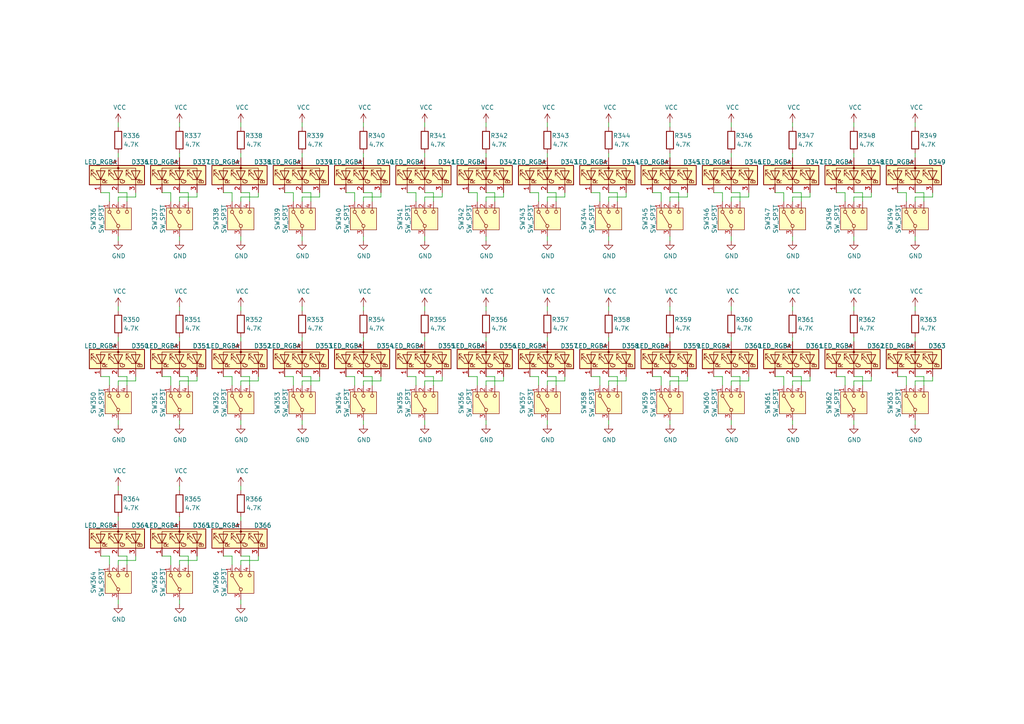
<source format=kicad_sch>
(kicad_sch (version 20231120) (generator "eeschema") (generator_version "8.0")
  (paper "A4")
  (lib_symbols
    (symbol "Device:R" (pin_numbers hide) (pin_names (offset 0))
      (property "Reference" "R" (at 2.032 0 90))
      (property "Value" "R" (at 0 0 90))
      (symbol "R_1_1"
        (pin passive line (at 0 3.81 270) (length 1.27) (name "~") (number "1"))
        (pin passive line (at 0 -3.81 90) (length 1.27) (name "~") (number "2"))
      )
    )
    (symbol "Switch:SW_SP3T" (pin_names (offset 0) hide)
      (property "Reference" "SW" (at 0 5.08 0))
      (property "Value" "SW_SP3T" (at 0 -5.08 0))
      (symbol "SW_SP3T_1_1"
        (pin passive line (at 5.08 2.54 180) (length 2.54) (name "1") (number "1"))
        (pin passive line (at 5.08 0 180) (length 2.54) (name "2") (number "2"))
        (pin passive line (at -5.08 0 0) (length 2.54) (name "3") (number "3"))
        (pin passive line (at 5.08 -2.54 180) (length 2.54) (name "4") (number "4"))
      )
    )
    (symbol "led_rgba:LED_RGBA" (pin_names (offset 0) hide)
      (property "Reference" "D" (at 0 9.398 0))
      (property "Value" "LED_RGBA" (at 0 -8.89 0))
      (symbol "LED_RGBA_0_0"
        (text "B" (at -1.905 -6.35 0) (effects (font (size 1.27 1.27))))
        (text "G" (at -1.905 -1.27 0) (effects (font (size 1.27 1.27))))
        (text "R" (at -1.905 3.81 0) (effects (font (size 1.27 1.27))))
      )
      (symbol "LED_RGBA_1_1"
        (pin passive line (at -5.08 5.08 0) (length 2.54) (name "RK") (number "1"))
        (pin passive line (at -5.08 0 0) (length 2.54) (name "GK") (number "2"))
        (pin passive line (at -5.08 -5.08 0) (length 2.54) (name "BK") (number "3"))
        (pin passive line (at 5.08 0 180) (length 2.54) (name "A") (number "4"))
      )
    )
    (symbol "motivational board-rescue:GND-power" (power) (pin_names (offset 0))
      (property "Value" "power_GND" (at 0 -3.81 0))
      (symbol "GND-power_1_1"
        (pin power_in line (at 0 0 270) (length 0) hide (name "GND") (number "1"))
      )
    )
    (symbol "motivational board-rescue:VCC-power" (power) (pin_names (offset 0))
      (property "Value" "power_VCC" (at 0 3.81 0))
      (symbol "VCC-power_1_1"
        (pin power_in line (at 0 0 90) (length 0) hide (name "VCC") (number "1"))
      )
    )
  )
  (wire (pts (xy 247.65 57.15) (xy 252.73 57.15)))
  (wire (pts (xy 194.31 35.56) (xy 194.31 36.83)))
  (wire (pts (xy 247.65 45.72) (xy 247.65 44.45)))
  (wire (pts (xy 265.43 68.58) (xy 265.43 69.85)))
  (wire (pts (xy 64.77 109.22) (xy 67.31 109.22)))
  (wire (pts (xy 36.83 58.42) (xy 36.83 55.88)))
  (wire (pts (xy 74.93 57.15) (xy 74.93 55.88)))
  (wire (pts (xy 146.05 57.15) (xy 146.05 55.88)))
  (wire (pts (xy 212.09 35.56) (xy 212.09 36.83)))
  (wire (pts (xy 265.43 58.42) (xy 265.43 57.15)))
  (wire (pts (xy 31.75 55.88) (xy 31.75 58.42)))
  (wire (pts (xy 242.57 109.22) (xy 245.11 109.22)))
  (wire (pts (xy 69.85 57.15) (xy 74.93 57.15)))
  (wire (pts (xy 179.07 55.88) (xy 176.53 55.88)))
  (wire (pts (xy 224.79 109.22) (xy 227.33 109.22)))
  (wire (pts (xy 156.21 55.88) (xy 156.21 58.42)))
  (wire (pts (xy 49.53 161.29) (xy 49.53 163.83)))
  (wire (pts (xy 250.19 111.76) (xy 250.19 109.22)))
  (wire (pts (xy 36.83 111.76) (xy 36.83 109.22)))
  (wire (pts (xy 214.63 55.88) (xy 212.09 55.88)))
  (wire (pts (xy 267.97 109.22) (xy 265.43 109.22)))
  (wire (pts (xy 105.41 45.72) (xy 105.41 44.45)))
  (wire (pts (xy 125.73 111.76) (xy 125.73 109.22)))
  (wire (pts (xy 34.29 45.72) (xy 34.29 44.45)))
  (wire (pts (xy 54.61 161.29) (xy 52.07 161.29)))
  (wire (pts (xy 39.37 110.49) (xy 39.37 109.22)))
  (wire (pts (xy 102.87 55.88) (xy 102.87 58.42)))
  (wire (pts (xy 69.85 110.49) (xy 74.93 110.49)))
  (wire (pts (xy 227.33 109.22) (xy 227.33 111.76)))
  (wire (pts (xy 138.43 109.22) (xy 138.43 111.76)))
  (wire (pts (xy 158.75 111.76) (xy 158.75 110.49)))
  (wire (pts (xy 46.99 161.29) (xy 49.53 161.29)))
  (wire (pts (xy 34.29 140.97) (xy 34.29 142.24)))
  (wire (pts (xy 34.29 151.13) (xy 34.29 149.86)))
  (wire (pts (xy 232.41 55.88) (xy 229.87 55.88)))
  (wire (pts (xy 87.63 111.76) (xy 87.63 110.49)))
  (wire (pts (xy 232.41 58.42) (xy 232.41 55.88)))
  (wire (pts (xy 143.51 109.22) (xy 140.97 109.22)))
  (wire (pts (xy 123.19 35.56) (xy 123.19 36.83)))
  (wire (pts (xy 123.19 68.58) (xy 123.19 69.85)))
  (wire (pts (xy 140.97 110.49) (xy 146.05 110.49)))
  (wire (pts (xy 245.11 109.22) (xy 245.11 111.76)))
  (wire (pts (xy 107.95 111.76) (xy 107.95 109.22)))
  (wire (pts (xy 128.27 57.15) (xy 128.27 55.88)))
  (wire (pts (xy 90.17 109.22) (xy 87.63 109.22)))
  (wire (pts (xy 247.65 88.9) (xy 247.65 90.17)))
  (wire (pts (xy 158.75 99.06) (xy 158.75 97.79)))
  (wire (pts (xy 224.79 55.88) (xy 227.33 55.88)))
  (wire (pts (xy 229.87 111.76) (xy 229.87 110.49)))
  (wire (pts (xy 54.61 58.42) (xy 54.61 55.88)))
  (wire (pts (xy 105.41 57.15) (xy 110.49 57.15)))
  (wire (pts (xy 143.51 55.88) (xy 140.97 55.88)))
  (wire (pts (xy 265.43 57.15) (xy 270.51 57.15)))
  (wire (pts (xy 196.85 55.88) (xy 194.31 55.88)))
  (wire (pts (xy 250.19 58.42) (xy 250.19 55.88)))
  (wire (pts (xy 54.61 163.83) (xy 54.61 161.29)))
  (wire (pts (xy 69.85 163.83) (xy 69.85 162.56)))
  (wire (pts (xy 227.33 55.88) (xy 227.33 58.42)))
  (wire (pts (xy 54.61 55.88) (xy 52.07 55.88)))
  (wire (pts (xy 265.43 110.49) (xy 270.51 110.49)))
  (wire (pts (xy 54.61 111.76) (xy 54.61 109.22)))
  (wire (pts (xy 34.29 88.9) (xy 34.29 90.17)))
  (wire (pts (xy 189.23 55.88) (xy 191.77 55.88)))
  (wire (pts (xy 140.97 121.92) (xy 140.97 123.19)))
  (wire (pts (xy 209.55 55.88) (xy 209.55 58.42)))
  (wire (pts (xy 120.65 55.88) (xy 120.65 58.42)))
  (wire (pts (xy 72.39 55.88) (xy 69.85 55.88)))
  (wire (pts (xy 102.87 109.22) (xy 102.87 111.76)))
  (wire (pts (xy 179.07 109.22) (xy 176.53 109.22)))
  (wire (pts (xy 158.75 58.42) (xy 158.75 57.15)))
  (wire (pts (xy 52.07 57.15) (xy 57.15 57.15)))
  (wire (pts (xy 247.65 68.58) (xy 247.65 69.85)))
  (wire (pts (xy 34.29 57.15) (xy 39.37 57.15)))
  (wire (pts (xy 87.63 35.56) (xy 87.63 36.83)))
  (wire (pts (xy 123.19 111.76) (xy 123.19 110.49)))
  (wire (pts (xy 250.19 109.22) (xy 247.65 109.22)))
  (wire (pts (xy 52.07 162.56) (xy 57.15 162.56)))
  (wire (pts (xy 260.35 55.88) (xy 262.89 55.88)))
  (wire (pts (xy 29.21 55.88) (xy 31.75 55.88)))
  (wire (pts (xy 34.29 111.76) (xy 34.29 110.49)))
  (wire (pts (xy 36.83 163.83) (xy 36.83 161.29)))
  (wire (pts (xy 143.51 111.76) (xy 143.51 109.22)))
  (wire (pts (xy 120.65 109.22) (xy 120.65 111.76)))
  (wire (pts (xy 52.07 163.83) (xy 52.07 162.56)))
  (wire (pts (xy 87.63 57.15) (xy 92.71 57.15)))
  (wire (pts (xy 52.07 99.06) (xy 52.07 97.79)))
  (wire (pts (xy 212.09 45.72) (xy 212.09 44.45)))
  (wire (pts (xy 270.51 110.49) (xy 270.51 109.22)))
  (wire (pts (xy 143.51 58.42) (xy 143.51 55.88)))
  (wire (pts (xy 212.09 111.76) (xy 212.09 110.49)))
  (wire (pts (xy 90.17 58.42) (xy 90.17 55.88)))
  (wire (pts (xy 72.39 161.29) (xy 69.85 161.29)))
  (wire (pts (xy 260.35 109.22) (xy 262.89 109.22)))
  (wire (pts (xy 171.45 55.88) (xy 173.99 55.88)))
  (wire (pts (xy 110.49 110.49) (xy 110.49 109.22)))
  (wire (pts (xy 179.07 58.42) (xy 179.07 55.88)))
  (wire (pts (xy 72.39 109.22) (xy 69.85 109.22)))
  (wire (pts (xy 146.05 110.49) (xy 146.05 109.22)))
  (wire (pts (xy 52.07 68.58) (xy 52.07 69.85)))
  (wire (pts (xy 229.87 45.72) (xy 229.87 44.45)))
  (wire (pts (xy 34.29 68.58) (xy 34.29 69.85)))
  (wire (pts (xy 176.53 45.72) (xy 176.53 44.45)))
  (wire (pts (xy 232.41 109.22) (xy 229.87 109.22)))
  (wire (pts (xy 171.45 109.22) (xy 173.99 109.22)))
  (wire (pts (xy 265.43 88.9) (xy 265.43 90.17)))
  (wire (pts (xy 265.43 121.92) (xy 265.43 123.19)))
  (wire (pts (xy 212.09 58.42) (xy 212.09 57.15)))
  (wire (pts (xy 247.65 111.76) (xy 247.65 110.49)))
  (wire (pts (xy 265.43 99.06) (xy 265.43 97.79)))
  (wire (pts (xy 67.31 161.29) (xy 67.31 163.83)))
  (wire (pts (xy 34.29 163.83) (xy 34.29 162.56)))
  (wire (pts (xy 69.85 88.9) (xy 69.85 90.17)))
  (wire (pts (xy 153.67 109.22) (xy 156.21 109.22)))
  (wire (pts (xy 196.85 58.42) (xy 196.85 55.88)))
  (wire (pts (xy 262.89 55.88) (xy 262.89 58.42)))
  (wire (pts (xy 39.37 57.15) (xy 39.37 55.88)))
  (wire (pts (xy 69.85 68.58) (xy 69.85 69.85)))
  (wire (pts (xy 176.53 110.49) (xy 181.61 110.49)))
  (wire (pts (xy 158.75 88.9) (xy 158.75 90.17)))
  (wire (pts (xy 125.73 58.42) (xy 125.73 55.88)))
  (wire (pts (xy 100.33 109.22) (xy 102.87 109.22)))
  (wire (pts (xy 69.85 35.56) (xy 69.85 36.83)))
  (wire (pts (xy 176.53 68.58) (xy 176.53 69.85)))
  (wire (pts (xy 123.19 57.15) (xy 128.27 57.15)))
  (wire (pts (xy 105.41 111.76) (xy 105.41 110.49)))
  (wire (pts (xy 67.31 55.88) (xy 67.31 58.42)))
  (wire (pts (xy 118.11 109.22) (xy 120.65 109.22)))
  (wire (pts (xy 158.75 110.49) (xy 163.83 110.49)))
  (wire (pts (xy 247.65 58.42) (xy 247.65 57.15)))
  (wire (pts (xy 140.97 111.76) (xy 140.97 110.49)))
  (wire (pts (xy 176.53 111.76) (xy 176.53 110.49)))
  (wire (pts (xy 92.71 57.15) (xy 92.71 55.88)))
  (wire (pts (xy 87.63 88.9) (xy 87.63 90.17)))
  (wire (pts (xy 36.83 109.22) (xy 34.29 109.22)))
  (wire (pts (xy 69.85 173.99) (xy 69.85 175.26)))
  (wire (pts (xy 105.41 68.58) (xy 105.41 69.85)))
  (wire (pts (xy 140.97 58.42) (xy 140.97 57.15)))
  (wire (pts (xy 34.29 173.99) (xy 34.29 175.26)))
  (wire (pts (xy 85.09 109.22) (xy 85.09 111.76)))
  (wire (pts (xy 123.19 121.92) (xy 123.19 123.19)))
  (wire (pts (xy 158.75 35.56) (xy 158.75 36.83)))
  (wire (pts (xy 72.39 163.83) (xy 72.39 161.29)))
  (wire (pts (xy 161.29 109.22) (xy 158.75 109.22)))
  (wire (pts (xy 194.31 110.49) (xy 199.39 110.49)))
  (wire (pts (xy 163.83 57.15) (xy 163.83 55.88)))
  (wire (pts (xy 100.33 55.88) (xy 102.87 55.88)))
  (wire (pts (xy 212.09 110.49) (xy 217.17 110.49)))
  (wire (pts (xy 123.19 110.49) (xy 128.27 110.49)))
  (wire (pts (xy 34.29 162.56) (xy 39.37 162.56)))
  (wire (pts (xy 52.07 88.9) (xy 52.07 90.17)))
  (wire (pts (xy 229.87 121.92) (xy 229.87 123.19)))
  (wire (pts (xy 161.29 111.76) (xy 161.29 109.22)))
  (wire (pts (xy 69.85 45.72) (xy 69.85 44.45)))
  (wire (pts (xy 46.99 55.88) (xy 49.53 55.88)))
  (wire (pts (xy 110.49 57.15) (xy 110.49 55.88)))
  (wire (pts (xy 87.63 45.72) (xy 87.63 44.45)))
  (wire (pts (xy 105.41 88.9) (xy 105.41 90.17)))
  (wire (pts (xy 207.01 109.22) (xy 209.55 109.22)))
  (wire (pts (xy 52.07 121.92) (xy 52.07 123.19)))
  (wire (pts (xy 194.31 68.58) (xy 194.31 69.85)))
  (wire (pts (xy 36.83 161.29) (xy 34.29 161.29)))
  (wire (pts (xy 82.55 109.22) (xy 85.09 109.22)))
  (wire (pts (xy 181.61 57.15) (xy 181.61 55.88)))
  (wire (pts (xy 46.99 109.22) (xy 49.53 109.22)))
  (wire (pts (xy 196.85 111.76) (xy 196.85 109.22)))
  (wire (pts (xy 267.97 55.88) (xy 265.43 55.88)))
  (wire (pts (xy 29.21 161.29) (xy 31.75 161.29)))
  (wire (pts (xy 212.09 68.58) (xy 212.09 69.85)))
  (wire (pts (xy 262.89 109.22) (xy 262.89 111.76)))
  (wire (pts (xy 158.75 68.58) (xy 158.75 69.85)))
  (wire (pts (xy 135.89 109.22) (xy 138.43 109.22)))
  (wire (pts (xy 52.07 58.42) (xy 52.07 57.15)))
  (wire (pts (xy 74.93 110.49) (xy 74.93 109.22)))
  (wire (pts (xy 57.15 57.15) (xy 57.15 55.88)))
  (wire (pts (xy 199.39 57.15) (xy 199.39 55.88)))
  (wire (pts (xy 87.63 68.58) (xy 87.63 69.85)))
  (wire (pts (xy 229.87 88.9) (xy 229.87 90.17)))
  (wire (pts (xy 107.95 109.22) (xy 105.41 109.22)))
  (wire (pts (xy 85.09 55.88) (xy 85.09 58.42)))
  (wire (pts (xy 176.53 88.9) (xy 176.53 90.17)))
  (wire (pts (xy 140.97 57.15) (xy 146.05 57.15)))
  (wire (pts (xy 161.29 55.88) (xy 158.75 55.88)))
  (wire (pts (xy 82.55 55.88) (xy 85.09 55.88)))
  (wire (pts (xy 265.43 35.56) (xy 265.43 36.83)))
  (wire (pts (xy 57.15 162.56) (xy 57.15 161.29)))
  (wire (pts (xy 72.39 111.76) (xy 72.39 109.22)))
  (wire (pts (xy 72.39 58.42) (xy 72.39 55.88)))
  (wire (pts (xy 245.11 55.88) (xy 245.11 58.42)))
  (wire (pts (xy 107.95 58.42) (xy 107.95 55.88)))
  (wire (pts (xy 57.15 110.49) (xy 57.15 109.22)))
  (wire (pts (xy 229.87 68.58) (xy 229.87 69.85)))
  (wire (pts (xy 194.31 121.92) (xy 194.31 123.19)))
  (wire (pts (xy 176.53 121.92) (xy 176.53 123.19)))
  (wire (pts (xy 247.65 99.06) (xy 247.65 97.79)))
  (wire (pts (xy 52.07 151.13) (xy 52.07 149.86)))
  (wire (pts (xy 179.07 111.76) (xy 179.07 109.22)))
  (wire (pts (xy 234.95 57.15) (xy 234.95 55.88)))
  (wire (pts (xy 140.97 88.9) (xy 140.97 90.17)))
  (wire (pts (xy 217.17 57.15) (xy 217.17 55.88)))
  (wire (pts (xy 212.09 57.15) (xy 217.17 57.15)))
  (wire (pts (xy 234.95 110.49) (xy 234.95 109.22)))
  (wire (pts (xy 34.29 35.56) (xy 34.29 36.83)))
  (wire (pts (xy 69.85 58.42) (xy 69.85 57.15)))
  (wire (pts (xy 34.29 110.49) (xy 39.37 110.49)))
  (wire (pts (xy 212.09 88.9) (xy 212.09 90.17)))
  (wire (pts (xy 212.09 99.06) (xy 212.09 97.79)))
  (wire (pts (xy 229.87 35.56) (xy 229.87 36.83)))
  (wire (pts (xy 176.53 58.42) (xy 176.53 57.15)))
  (wire (pts (xy 123.19 58.42) (xy 123.19 57.15)))
  (wire (pts (xy 158.75 57.15) (xy 163.83 57.15)))
  (wire (pts (xy 31.75 109.22) (xy 31.75 111.76)))
  (wire (pts (xy 64.77 55.88) (xy 67.31 55.88)))
  (wire (pts (xy 217.17 110.49) (xy 217.17 109.22)))
  (wire (pts (xy 207.01 55.88) (xy 209.55 55.88)))
  (wire (pts (xy 156.21 109.22) (xy 156.21 111.76)))
  (wire (pts (xy 125.73 55.88) (xy 123.19 55.88)))
  (wire (pts (xy 87.63 99.06) (xy 87.63 97.79)))
  (wire (pts (xy 67.31 109.22) (xy 67.31 111.76)))
  (wire (pts (xy 52.07 140.97) (xy 52.07 142.24)))
  (wire (pts (xy 214.63 58.42) (xy 214.63 55.88)))
  (wire (pts (xy 39.37 162.56) (xy 39.37 161.29)))
  (wire (pts (xy 52.07 173.99) (xy 52.07 175.26)))
  (wire (pts (xy 34.29 121.92) (xy 34.29 123.19)))
  (wire (pts (xy 158.75 121.92) (xy 158.75 123.19)))
  (wire (pts (xy 247.65 35.56) (xy 247.65 36.83)))
  (wire (pts (xy 140.97 35.56) (xy 140.97 36.83)))
  (wire (pts (xy 214.63 111.76) (xy 214.63 109.22)))
  (wire (pts (xy 69.85 99.06) (xy 69.85 97.79)))
  (wire (pts (xy 69.85 140.97) (xy 69.85 142.24)))
  (wire (pts (xy 153.67 55.88) (xy 156.21 55.88)))
  (wire (pts (xy 125.73 109.22) (xy 123.19 109.22)))
  (wire (pts (xy 158.75 45.72) (xy 158.75 44.45)))
  (wire (pts (xy 54.61 109.22) (xy 52.07 109.22)))
  (wire (pts (xy 52.07 45.72) (xy 52.07 44.45)))
  (wire (pts (xy 118.11 55.88) (xy 120.65 55.88)))
  (wire (pts (xy 267.97 58.42) (xy 267.97 55.88)))
  (wire (pts (xy 87.63 110.49) (xy 92.71 110.49)))
  (wire (pts (xy 69.85 111.76) (xy 69.85 110.49)))
  (wire (pts (xy 212.09 121.92) (xy 212.09 123.19)))
  (wire (pts (xy 105.41 99.06) (xy 105.41 97.79)))
  (wire (pts (xy 229.87 58.42) (xy 229.87 57.15)))
  (wire (pts (xy 265.43 45.72) (xy 265.43 44.45)))
  (wire (pts (xy 232.41 111.76) (xy 232.41 109.22)))
  (wire (pts (xy 176.53 57.15) (xy 181.61 57.15)))
  (wire (pts (xy 36.83 55.88) (xy 34.29 55.88)))
  (wire (pts (xy 105.41 58.42) (xy 105.41 57.15)))
  (wire (pts (xy 105.41 35.56) (xy 105.41 36.83)))
  (wire (pts (xy 92.71 110.49) (xy 92.71 109.22)))
  (wire (pts (xy 161.29 58.42) (xy 161.29 55.88)))
  (wire (pts (xy 90.17 55.88) (xy 87.63 55.88)))
  (wire (pts (xy 34.29 58.42) (xy 34.29 57.15)))
  (wire (pts (xy 229.87 110.49) (xy 234.95 110.49)))
  (wire (pts (xy 173.99 109.22) (xy 173.99 111.76)))
  (wire (pts (xy 194.31 99.06) (xy 194.31 97.79)))
  (wire (pts (xy 270.51 57.15) (xy 270.51 55.88)))
  (wire (pts (xy 52.07 35.56) (xy 52.07 36.83)))
  (wire (pts (xy 242.57 55.88) (xy 245.11 55.88)))
  (wire (pts (xy 105.41 110.49) (xy 110.49 110.49)))
  (wire (pts (xy 163.83 110.49) (xy 163.83 109.22)))
  (wire (pts (xy 191.77 55.88) (xy 191.77 58.42)))
  (wire (pts (xy 123.19 99.06) (xy 123.19 97.79)))
  (wire (pts (xy 74.93 162.56) (xy 74.93 161.29)))
  (wire (pts (xy 196.85 109.22) (xy 194.31 109.22)))
  (wire (pts (xy 128.27 110.49) (xy 128.27 109.22)))
  (wire (pts (xy 29.21 109.22) (xy 31.75 109.22)))
  (wire (pts (xy 194.31 88.9) (xy 194.31 90.17)))
  (wire (pts (xy 229.87 99.06) (xy 229.87 97.79)))
  (wire (pts (xy 69.85 162.56) (xy 74.93 162.56)))
  (wire (pts (xy 140.97 99.06) (xy 140.97 97.79)))
  (wire (pts (xy 49.53 55.88) (xy 49.53 58.42)))
  (wire (pts (xy 194.31 58.42) (xy 194.31 57.15)))
  (wire (pts (xy 194.31 57.15) (xy 199.39 57.15)))
  (wire (pts (xy 87.63 121.92) (xy 87.63 123.19)))
  (wire (pts (xy 52.07 110.49) (xy 57.15 110.49)))
  (wire (pts (xy 87.63 58.42) (xy 87.63 57.15)))
  (wire (pts (xy 69.85 121.92) (xy 69.85 123.19)))
  (wire (pts (xy 267.97 111.76) (xy 267.97 109.22)))
  (wire (pts (xy 123.19 88.9) (xy 123.19 90.17)))
  (wire (pts (xy 214.63 109.22) (xy 212.09 109.22)))
  (wire (pts (xy 229.87 57.15) (xy 234.95 57.15)))
  (wire (pts (xy 247.65 121.92) (xy 247.65 123.19)))
  (wire (pts (xy 107.95 55.88) (xy 105.41 55.88)))
  (wire (pts (xy 191.77 109.22) (xy 191.77 111.76)))
  (wire (pts (xy 69.85 151.13) (xy 69.85 149.86)))
  (wire (pts (xy 123.19 45.72) (xy 123.19 44.45)))
  (wire (pts (xy 140.97 68.58) (xy 140.97 69.85)))
  (wire (pts (xy 135.89 55.88) (xy 138.43 55.88)))
  (wire (pts (xy 176.53 35.56) (xy 176.53 36.83)))
  (wire (pts (xy 194.31 45.72) (xy 194.31 44.45)))
  (wire (pts (xy 181.61 110.49) (xy 181.61 109.22)))
  (wire (pts (xy 199.39 110.49) (xy 199.39 109.22)))
  (wire (pts (xy 90.17 111.76) (xy 90.17 109.22)))
  (wire (pts (xy 64.77 161.29) (xy 67.31 161.29)))
  (wire (pts (xy 31.75 161.29) (xy 31.75 163.83)))
  (wire (pts (xy 176.53 99.06) (xy 176.53 97.79)))
  (wire (pts (xy 250.19 55.88) (xy 247.65 55.88)))
  (wire (pts (xy 34.29 99.06) (xy 34.29 97.79)))
  (wire (pts (xy 194.31 111.76) (xy 194.31 110.49)))
  (wire (pts (xy 49.53 109.22) (xy 49.53 111.76)))
  (wire (pts (xy 265.43 111.76) (xy 265.43 110.49)))
  (wire (pts (xy 209.55 109.22) (xy 209.55 111.76)))
  (wire (pts (xy 252.73 110.49) (xy 252.73 109.22)))
  (wire (pts (xy 173.99 55.88) (xy 173.99 58.42)))
  (wire (pts (xy 140.97 45.72) (xy 140.97 44.45)))
  (wire (pts (xy 138.43 55.88) (xy 138.43 58.42)))
  (wire (pts (xy 52.07 111.76) (xy 52.07 110.49)))
  (wire (pts (xy 105.41 121.92) (xy 105.41 123.19)))
  (wire (pts (xy 189.23 109.22) (xy 191.77 109.22)))
  (wire (pts (xy 247.65 110.49) (xy 252.73 110.49)))
  (wire (pts (xy 252.73 57.15) (xy 252.73 55.88)))
  (symbol (lib_id "Switch:SW_SP3T") (at 69.85 63.5 90) (unit 1)
    (property "Reference" "SW338" (at 62.6618 63.5 0))
    (property "Value" "SW_SP3T" (at 64.9732 63.5 0))
    (property "Footprint" "Button_Switch_THT-extra:SS13D07G4" (effects (hide yes)))
  )
  (symbol (lib_id "motivational board-rescue:VCC-power") (at 194.31 35.56 0) (unit 1)
    (property "Reference" "#PWR0682" (effects (hide yes)))
    (property "Value" "VCC" (at 194.7418 31.1658 0))
  )
  (symbol (lib_id "motivational board-rescue:GND-power") (at 194.31 69.85 0) (unit 1)
    (property "Reference" "#PWR0696" (effects (hide yes)))
    (property "Value" "GND" (at 194.437 74.2442 0))
  )
  (symbol (lib_id "motivational board-rescue:GND-power") (at 212.09 69.85 0) (unit 1)
    (property "Reference" "#PWR0697" (effects (hide yes)))
    (property "Value" "GND" (at 212.217 74.2442 0))
  )
  (symbol (lib_id "Device:R") (at 176.53 93.98 0) (unit 1)
    (property "Reference" "R358" (at 180.34 92.71 0))
    (property "Value" "4.7K" (at 180.34 95.25 0))
    (property "Footprint" "Resistors_SMD:R_0805_HandSoldering" (effects (hide yes)))
  )
  (symbol (lib_id "led_rgba:LED_RGBA") (at 247.65 104.14 90) (unit 1)
    (property "Reference" "D362" (at 254 100.33 90))
    (property "Value" "LED_RGBA" (at 242.57 100.33 90))
    (property "Footprint" "LED_SMD-extra:LED_RGB_3528" (effects (hide yes)))
  )
  (symbol (lib_id "Switch:SW_SP3T") (at 265.43 116.84 90) (unit 1)
    (property "Reference" "SW363" (at 258.2418 116.84 0))
    (property "Value" "SW_SP3T" (at 260.5532 116.84 0))
    (property "Footprint" "Button_Switch_THT-extra:SS13D07G4" (effects (hide yes)))
  )
  (symbol (lib_id "Switch:SW_SP3T") (at 34.29 63.5 90) (unit 1)
    (property "Reference" "SW336" (at 27.1018 63.5 0))
    (property "Value" "SW_SP3T" (at 29.4132 63.5 0))
    (property "Footprint" "Button_Switch_THT-extra:SS13D07G4" (effects (hide yes)))
  )
  (symbol (lib_id "led_rgba:LED_RGBA") (at 34.29 50.8 90) (unit 1)
    (property "Reference" "D336" (at 40.64 46.99 90))
    (property "Value" "LED_RGBA" (at 29.21 46.99 90))
    (property "Footprint" "LED_SMD-extra:LED_RGB_3528" (effects (hide yes)))
  )
  (symbol (lib_id "Device:R") (at 34.29 40.64 0) (unit 1)
    (property "Reference" "R336" (at 38.1 39.37 0))
    (property "Value" "4.7K" (at 38.1 41.91 0))
    (property "Footprint" "Resistors_SMD:R_0805_HandSoldering" (effects (hide yes)))
  )
  (symbol (lib_id "motivational board-rescue:VCC-power") (at 34.29 35.56 0) (unit 1)
    (property "Reference" "#PWR0673" (effects (hide yes)))
    (property "Value" "VCC" (at 34.7218 31.1658 0))
  )
  (symbol (lib_id "motivational board-rescue:GND-power") (at 34.29 69.85 0) (unit 1)
    (property "Reference" "#PWR0687" (effects (hide yes)))
    (property "Value" "GND" (at 34.417 74.2442 0))
  )
  (symbol (lib_id "Switch:SW_SP3T") (at 52.07 63.5 90) (unit 1)
    (property "Reference" "SW337" (at 44.8818 63.5 0))
    (property "Value" "SW_SP3T" (at 47.1932 63.5 0))
    (property "Footprint" "Button_Switch_THT-extra:SS13D07G4" (effects (hide yes)))
  )
  (symbol (lib_id "led_rgba:LED_RGBA") (at 52.07 50.8 90) (unit 1)
    (property "Reference" "D337" (at 58.42 46.99 90))
    (property "Value" "LED_RGBA" (at 46.99 46.99 90))
    (property "Footprint" "LED_SMD-extra:LED_RGB_3528" (effects (hide yes)))
  )
  (symbol (lib_id "Device:R") (at 52.07 40.64 0) (unit 1)
    (property "Reference" "R337" (at 55.88 39.37 0))
    (property "Value" "4.7K" (at 55.88 41.91 0))
    (property "Footprint" "Resistors_SMD:R_0805_HandSoldering" (effects (hide yes)))
  )
  (symbol (lib_id "motivational board-rescue:VCC-power") (at 52.07 35.56 0) (unit 1)
    (property "Reference" "#PWR0674" (effects (hide yes)))
    (property "Value" "VCC" (at 52.5018 31.1658 0))
  )
  (symbol (lib_id "motivational board-rescue:GND-power") (at 52.07 69.85 0) (unit 1)
    (property "Reference" "#PWR0688" (effects (hide yes)))
    (property "Value" "GND" (at 52.197 74.2442 0))
  )
  (symbol (lib_id "led_rgba:LED_RGBA") (at 69.85 50.8 90) (unit 1)
    (property "Reference" "D338" (at 76.2 46.99 90))
    (property "Value" "LED_RGBA" (at 64.77 46.99 90))
    (property "Footprint" "LED_SMD-extra:LED_RGB_3528" (effects (hide yes)))
  )
  (symbol (lib_id "Device:R") (at 69.85 40.64 0) (unit 1)
    (property "Reference" "R338" (at 73.66 39.37 0))
    (property "Value" "4.7K" (at 73.66 41.91 0))
    (property "Footprint" "Resistors_SMD:R_0805_HandSoldering" (effects (hide yes)))
  )
  (symbol (lib_id "motivational board-rescue:VCC-power") (at 69.85 35.56 0) (unit 1)
    (property "Reference" "#PWR0675" (effects (hide yes)))
    (property "Value" "VCC" (at 70.2818 31.1658 0))
  )
  (symbol (lib_id "motivational board-rescue:GND-power") (at 69.85 69.85 0) (unit 1)
    (property "Reference" "#PWR0689" (effects (hide yes)))
    (property "Value" "GND" (at 69.977 74.2442 0))
  )
  (symbol (lib_id "Switch:SW_SP3T") (at 87.63 63.5 90) (unit 1)
    (property "Reference" "SW339" (at 80.4418 63.5 0))
    (property "Value" "SW_SP3T" (at 82.7532 63.5 0))
    (property "Footprint" "Button_Switch_THT-extra:SS13D07G4" (effects (hide yes)))
  )
  (symbol (lib_id "led_rgba:LED_RGBA") (at 87.63 50.8 90) (unit 1)
    (property "Reference" "D339" (at 93.98 46.99 90))
    (property "Value" "LED_RGBA" (at 82.55 46.99 90))
    (property "Footprint" "LED_SMD-extra:LED_RGB_3528" (effects (hide yes)))
  )
  (symbol (lib_id "Device:R") (at 87.63 40.64 0) (unit 1)
    (property "Reference" "R339" (at 91.44 39.37 0))
    (property "Value" "4.7K" (at 91.44 41.91 0))
    (property "Footprint" "Resistors_SMD:R_0805_HandSoldering" (effects (hide yes)))
  )
  (symbol (lib_id "motivational board-rescue:VCC-power") (at 87.63 35.56 0) (unit 1)
    (property "Reference" "#PWR0676" (effects (hide yes)))
    (property "Value" "VCC" (at 88.0618 31.1658 0))
  )
  (symbol (lib_id "motivational board-rescue:GND-power") (at 87.63 69.85 0) (unit 1)
    (property "Reference" "#PWR0690" (effects (hide yes)))
    (property "Value" "GND" (at 87.757 74.2442 0))
  )
  (symbol (lib_id "Switch:SW_SP3T") (at 105.41 63.5 90) (unit 1)
    (property "Reference" "SW340" (at 98.2218 63.5 0))
    (property "Value" "SW_SP3T" (at 100.5332 63.5 0))
    (property "Footprint" "Button_Switch_THT-extra:SS13D07G4" (effects (hide yes)))
  )
  (symbol (lib_id "led_rgba:LED_RGBA") (at 105.41 50.8 90) (unit 1)
    (property "Reference" "D340" (at 111.76 46.99 90))
    (property "Value" "LED_RGBA" (at 100.33 46.99 90))
    (property "Footprint" "LED_SMD-extra:LED_RGB_3528" (effects (hide yes)))
  )
  (symbol (lib_id "Device:R") (at 105.41 40.64 0) (unit 1)
    (property "Reference" "R340" (at 109.22 39.37 0))
    (property "Value" "4.7K" (at 109.22 41.91 0))
    (property "Footprint" "Resistors_SMD:R_0805_HandSoldering" (effects (hide yes)))
  )
  (symbol (lib_id "motivational board-rescue:VCC-power") (at 105.41 35.56 0) (unit 1)
    (property "Reference" "#PWR0677" (effects (hide yes)))
    (property "Value" "VCC" (at 105.8418 31.1658 0))
  )
  (symbol (lib_id "motivational board-rescue:GND-power") (at 105.41 69.85 0) (unit 1)
    (property "Reference" "#PWR0691" (effects (hide yes)))
    (property "Value" "GND" (at 105.537 74.2442 0))
  )
  (symbol (lib_id "Switch:SW_SP3T") (at 123.19 63.5 90) (unit 1)
    (property "Reference" "SW341" (at 116.0018 63.5 0))
    (property "Value" "SW_SP3T" (at 118.3132 63.5 0))
    (property "Footprint" "Button_Switch_THT-extra:SS13D07G4" (effects (hide yes)))
  )
  (symbol (lib_id "led_rgba:LED_RGBA") (at 123.19 50.8 90) (unit 1)
    (property "Reference" "D341" (at 129.54 46.99 90))
    (property "Value" "LED_RGBA" (at 118.11 46.99 90))
    (property "Footprint" "LED_SMD-extra:LED_RGB_3528" (effects (hide yes)))
  )
  (symbol (lib_id "Device:R") (at 123.19 40.64 0) (unit 1)
    (property "Reference" "R341" (at 127 39.37 0))
    (property "Value" "4.7K" (at 127 41.91 0))
    (property "Footprint" "Resistors_SMD:R_0805_HandSoldering" (effects (hide yes)))
  )
  (symbol (lib_id "motivational board-rescue:VCC-power") (at 123.19 35.56 0) (unit 1)
    (property "Reference" "#PWR0678" (effects (hide yes)))
    (property "Value" "VCC" (at 123.6218 31.1658 0))
  )
  (symbol (lib_id "motivational board-rescue:GND-power") (at 123.19 69.85 0) (unit 1)
    (property "Reference" "#PWR0692" (effects (hide yes)))
    (property "Value" "GND" (at 123.317 74.2442 0))
  )
  (symbol (lib_id "Switch:SW_SP3T") (at 140.97 63.5 90) (unit 1)
    (property "Reference" "SW342" (at 133.7818 63.5 0))
    (property "Value" "SW_SP3T" (at 136.0932 63.5 0))
    (property "Footprint" "Button_Switch_THT-extra:SS13D07G4" (effects (hide yes)))
  )
  (symbol (lib_id "led_rgba:LED_RGBA") (at 140.97 50.8 90) (unit 1)
    (property "Reference" "D342" (at 147.32 46.99 90))
    (property "Value" "LED_RGBA" (at 135.89 46.99 90))
    (property "Footprint" "LED_SMD-extra:LED_RGB_3528" (effects (hide yes)))
  )
  (symbol (lib_id "Device:R") (at 140.97 40.64 0) (unit 1)
    (property "Reference" "R342" (at 144.78 39.37 0))
    (property "Value" "4.7K" (at 144.78 41.91 0))
    (property "Footprint" "Resistors_SMD:R_0805_HandSoldering" (effects (hide yes)))
  )
  (symbol (lib_id "motivational board-rescue:VCC-power") (at 140.97 35.56 0) (unit 1)
    (property "Reference" "#PWR0679" (effects (hide yes)))
    (property "Value" "VCC" (at 141.4018 31.1658 0))
  )
  (symbol (lib_id "motivational board-rescue:GND-power") (at 140.97 69.85 0) (unit 1)
    (property "Reference" "#PWR0693" (effects (hide yes)))
    (property "Value" "GND" (at 141.097 74.2442 0))
  )
  (symbol (lib_id "Switch:SW_SP3T") (at 158.75 63.5 90) (unit 1)
    (property "Reference" "SW343" (at 151.5618 63.5 0))
    (property "Value" "SW_SP3T" (at 153.8732 63.5 0))
    (property "Footprint" "Button_Switch_THT-extra:SS13D07G4" (effects (hide yes)))
  )
  (symbol (lib_id "led_rgba:LED_RGBA") (at 158.75 50.8 90) (unit 1)
    (property "Reference" "D343" (at 165.1 46.99 90))
    (property "Value" "LED_RGBA" (at 153.67 46.99 90))
    (property "Footprint" "LED_SMD-extra:LED_RGB_3528" (effects (hide yes)))
  )
  (symbol (lib_id "Device:R") (at 158.75 40.64 0) (unit 1)
    (property "Reference" "R343" (at 162.56 39.37 0))
    (property "Value" "4.7K" (at 162.56 41.91 0))
    (property "Footprint" "Resistors_SMD:R_0805_HandSoldering" (effects (hide yes)))
  )
  (symbol (lib_id "motivational board-rescue:VCC-power") (at 158.75 35.56 0) (unit 1)
    (property "Reference" "#PWR0680" (effects (hide yes)))
    (property "Value" "VCC" (at 159.1818 31.1658 0))
  )
  (symbol (lib_id "motivational board-rescue:GND-power") (at 158.75 69.85 0) (unit 1)
    (property "Reference" "#PWR0694" (effects (hide yes)))
    (property "Value" "GND" (at 158.877 74.2442 0))
  )
  (symbol (lib_id "Switch:SW_SP3T") (at 176.53 63.5 90) (unit 1)
    (property "Reference" "SW344" (at 169.3418 63.5 0))
    (property "Value" "SW_SP3T" (at 171.6532 63.5 0))
    (property "Footprint" "Button_Switch_THT-extra:SS13D07G4" (effects (hide yes)))
  )
  (symbol (lib_id "led_rgba:LED_RGBA") (at 176.53 50.8 90) (unit 1)
    (property "Reference" "D344" (at 182.88 46.99 90))
    (property "Value" "LED_RGBA" (at 171.45 46.99 90))
    (property "Footprint" "LED_SMD-extra:LED_RGB_3528" (effects (hide yes)))
  )
  (symbol (lib_id "Device:R") (at 176.53 40.64 0) (unit 1)
    (property "Reference" "R344" (at 180.34 39.37 0))
    (property "Value" "4.7K" (at 180.34 41.91 0))
    (property "Footprint" "Resistors_SMD:R_0805_HandSoldering" (effects (hide yes)))
  )
  (symbol (lib_id "motivational board-rescue:VCC-power") (at 176.53 35.56 0) (unit 1)
    (property "Reference" "#PWR0681" (effects (hide yes)))
    (property "Value" "VCC" (at 176.9618 31.1658 0))
  )
  (symbol (lib_id "motivational board-rescue:GND-power") (at 176.53 69.85 0) (unit 1)
    (property "Reference" "#PWR0695" (effects (hide yes)))
    (property "Value" "GND" (at 176.657 74.2442 0))
  )
  (symbol (lib_id "Switch:SW_SP3T") (at 194.31 63.5 90) (unit 1)
    (property "Reference" "SW345" (at 187.1218 63.5 0))
    (property "Value" "SW_SP3T" (at 189.4332 63.5 0))
    (property "Footprint" "Button_Switch_THT-extra:SS13D07G4" (effects (hide yes)))
  )
  (symbol (lib_id "led_rgba:LED_RGBA") (at 194.31 50.8 90) (unit 1)
    (property "Reference" "D345" (at 200.66 46.99 90))
    (property "Value" "LED_RGBA" (at 189.23 46.99 90))
    (property "Footprint" "LED_SMD-extra:LED_RGB_3528" (effects (hide yes)))
  )
  (symbol (lib_id "Device:R") (at 194.31 40.64 0) (unit 1)
    (property "Reference" "R345" (at 198.12 39.37 0))
    (property "Value" "4.7K" (at 198.12 41.91 0))
    (property "Footprint" "Resistors_SMD:R_0805_HandSoldering" (effects (hide yes)))
  )
  (symbol (lib_id "Switch:SW_SP3T") (at 212.09 63.5 90) (unit 1)
    (property "Reference" "SW346" (at 204.9018 63.5 0))
    (property "Value" "SW_SP3T" (at 207.2132 63.5 0))
    (property "Footprint" "Button_Switch_THT-extra:SS13D07G4" (effects (hide yes)))
  )
  (symbol (lib_id "led_rgba:LED_RGBA") (at 212.09 50.8 90) (unit 1)
    (property "Reference" "D346" (at 218.44 46.99 90))
    (property "Value" "LED_RGBA" (at 207.01 46.99 90))
    (property "Footprint" "LED_SMD-extra:LED_RGB_3528" (effects (hide yes)))
  )
  (symbol (lib_id "Device:R") (at 212.09 40.64 0) (unit 1)
    (property "Reference" "R346" (at 215.9 39.37 0))
    (property "Value" "4.7K" (at 215.9 41.91 0))
    (property "Footprint" "Resistors_SMD:R_0805_HandSoldering" (effects (hide yes)))
  )
  (symbol (lib_id "motivational board-rescue:VCC-power") (at 212.09 35.56 0) (unit 1)
    (property "Reference" "#PWR0683" (effects (hide yes)))
    (property "Value" "VCC" (at 212.5218 31.1658 0))
  )
  (symbol (lib_id "Switch:SW_SP3T") (at 229.87 63.5 90) (unit 1)
    (property "Reference" "SW347" (at 222.6818 63.5 0))
    (property "Value" "SW_SP3T" (at 224.9932 63.5 0))
    (property "Footprint" "Button_Switch_THT-extra:SS13D07G4" (effects (hide yes)))
  )
  (symbol (lib_id "led_rgba:LED_RGBA") (at 229.87 50.8 90) (unit 1)
    (property "Reference" "D347" (at 236.22 46.99 90))
    (property "Value" "LED_RGBA" (at 224.79 46.99 90))
    (property "Footprint" "LED_SMD-extra:LED_RGB_3528" (effects (hide yes)))
  )
  (symbol (lib_id "Device:R") (at 229.87 40.64 0) (unit 1)
    (property "Reference" "R347" (at 233.68 39.37 0))
    (property "Value" "4.7K" (at 233.68 41.91 0))
    (property "Footprint" "Resistors_SMD:R_0805_HandSoldering" (effects (hide yes)))
  )
  (symbol (lib_id "motivational board-rescue:VCC-power") (at 229.87 35.56 0) (unit 1)
    (property "Reference" "#PWR0684" (effects (hide yes)))
    (property "Value" "VCC" (at 230.3018 31.1658 0))
  )
  (symbol (lib_id "motivational board-rescue:GND-power") (at 229.87 69.85 0) (unit 1)
    (property "Reference" "#PWR0698" (effects (hide yes)))
    (property "Value" "GND" (at 229.997 74.2442 0))
  )
  (symbol (lib_id "Switch:SW_SP3T") (at 247.65 63.5 90) (unit 1)
    (property "Reference" "SW348" (at 240.4618 63.5 0))
    (property "Value" "SW_SP3T" (at 242.7732 63.5 0))
    (property "Footprint" "Button_Switch_THT-extra:SS13D07G4" (effects (hide yes)))
  )
  (symbol (lib_id "led_rgba:LED_RGBA") (at 247.65 50.8 90) (unit 1)
    (property "Reference" "D348" (at 254 46.99 90))
    (property "Value" "LED_RGBA" (at 242.57 46.99 90))
    (property "Footprint" "LED_SMD-extra:LED_RGB_3528" (effects (hide yes)))
  )
  (symbol (lib_id "Device:R") (at 247.65 40.64 0) (unit 1)
    (property "Reference" "R348" (at 251.46 39.37 0))
    (property "Value" "4.7K" (at 251.46 41.91 0))
    (property "Footprint" "Resistors_SMD:R_0805_HandSoldering" (effects (hide yes)))
  )
  (symbol (lib_id "motivational board-rescue:VCC-power") (at 247.65 35.56 0) (unit 1)
    (property "Reference" "#PWR0685" (effects (hide yes)))
    (property "Value" "VCC" (at 248.0818 31.1658 0))
  )
  (symbol (lib_id "motivational board-rescue:GND-power") (at 247.65 69.85 0) (unit 1)
    (property "Reference" "#PWR0699" (effects (hide yes)))
    (property "Value" "GND" (at 247.777 74.2442 0))
  )
  (symbol (lib_id "Switch:SW_SP3T") (at 265.43 63.5 90) (unit 1)
    (property "Reference" "SW349" (at 258.2418 63.5 0))
    (property "Value" "SW_SP3T" (at 260.5532 63.5 0))
    (property "Footprint" "Button_Switch_THT-extra:SS13D07G4" (effects (hide yes)))
  )
  (symbol (lib_id "led_rgba:LED_RGBA") (at 265.43 50.8 90) (unit 1)
    (property "Reference" "D349" (at 271.78 46.99 90))
    (property "Value" "LED_RGBA" (at 260.35 46.99 90))
    (property "Footprint" "LED_SMD-extra:LED_RGB_3528" (effects (hide yes)))
  )
  (symbol (lib_id "Device:R") (at 265.43 40.64 0) (unit 1)
    (property "Reference" "R349" (at 269.24 39.37 0))
    (property "Value" "4.7K" (at 269.24 41.91 0))
    (property "Footprint" "Resistors_SMD:R_0805_HandSoldering" (effects (hide yes)))
  )
  (symbol (lib_id "motivational board-rescue:VCC-power") (at 265.43 35.56 0) (unit 1)
    (property "Reference" "#PWR0686" (effects (hide yes)))
    (property "Value" "VCC" (at 265.8618 31.1658 0))
  )
  (symbol (lib_id "motivational board-rescue:GND-power") (at 265.43 69.85 0) (unit 1)
    (property "Reference" "#PWR0700" (effects (hide yes)))
    (property "Value" "GND" (at 265.557 74.2442 0))
  )
  (symbol (lib_id "Switch:SW_SP3T") (at 34.29 116.84 90) (unit 1)
    (property "Reference" "SW350" (at 27.1018 116.84 0))
    (property "Value" "SW_SP3T" (at 29.4132 116.84 0))
    (property "Footprint" "Button_Switch_THT-extra:SS13D07G4" (effects (hide yes)))
  )
  (symbol (lib_id "led_rgba:LED_RGBA") (at 34.29 104.14 90) (unit 1)
    (property "Reference" "D350" (at 40.64 100.33 90))
    (property "Value" "LED_RGBA" (at 29.21 100.33 90))
    (property "Footprint" "LED_SMD-extra:LED_RGB_3528" (effects (hide yes)))
  )
  (symbol (lib_id "Device:R") (at 34.29 93.98 0) (unit 1)
    (property "Reference" "R350" (at 38.1 92.71 0))
    (property "Value" "4.7K" (at 38.1 95.25 0))
    (property "Footprint" "Resistors_SMD:R_0805_HandSoldering" (effects (hide yes)))
  )
  (symbol (lib_id "motivational board-rescue:VCC-power") (at 34.29 88.9 0) (unit 1)
    (property "Reference" "#PWR0701" (effects (hide yes)))
    (property "Value" "VCC" (at 34.7218 84.5058 0))
  )
  (symbol (lib_id "motivational board-rescue:GND-power") (at 34.29 123.19 0) (unit 1)
    (property "Reference" "#PWR0715" (effects (hide yes)))
    (property "Value" "GND" (at 34.417 127.5842 0))
  )
  (symbol (lib_id "Switch:SW_SP3T") (at 52.07 116.84 90) (unit 1)
    (property "Reference" "SW351" (at 44.8818 116.84 0))
    (property "Value" "SW_SP3T" (at 47.1932 116.84 0))
    (property "Footprint" "Button_Switch_THT-extra:SS13D07G4" (effects (hide yes)))
  )
  (symbol (lib_id "led_rgba:LED_RGBA") (at 52.07 104.14 90) (unit 1)
    (property "Reference" "D351" (at 58.42 100.33 90))
    (property "Value" "LED_RGBA" (at 46.99 100.33 90))
    (property "Footprint" "LED_SMD-extra:LED_RGB_3528" (effects (hide yes)))
  )
  (symbol (lib_id "Device:R") (at 52.07 93.98 0) (unit 1)
    (property "Reference" "R351" (at 55.88 92.71 0))
    (property "Value" "4.7K" (at 55.88 95.25 0))
    (property "Footprint" "Resistors_SMD:R_0805_HandSoldering" (effects (hide yes)))
  )
  (symbol (lib_id "motivational board-rescue:VCC-power") (at 52.07 88.9 0) (unit 1)
    (property "Reference" "#PWR0702" (effects (hide yes)))
    (property "Value" "VCC" (at 52.5018 84.5058 0))
  )
  (symbol (lib_id "motivational board-rescue:GND-power") (at 52.07 123.19 0) (unit 1)
    (property "Reference" "#PWR0716" (effects (hide yes)))
    (property "Value" "GND" (at 52.197 127.5842 0))
  )
  (symbol (lib_id "Switch:SW_SP3T") (at 69.85 116.84 90) (unit 1)
    (property "Reference" "SW352" (at 62.6618 116.84 0))
    (property "Value" "SW_SP3T" (at 64.9732 116.84 0))
    (property "Footprint" "Button_Switch_THT-extra:SS13D07G4" (effects (hide yes)))
  )
  (symbol (lib_id "led_rgba:LED_RGBA") (at 69.85 104.14 90) (unit 1)
    (property "Reference" "D352" (at 76.2 100.33 90))
    (property "Value" "LED_RGBA" (at 64.77 100.33 90))
    (property "Footprint" "LED_SMD-extra:LED_RGB_3528" (effects (hide yes)))
  )
  (symbol (lib_id "Device:R") (at 69.85 93.98 0) (unit 1)
    (property "Reference" "R352" (at 73.66 92.71 0))
    (property "Value" "4.7K" (at 73.66 95.25 0))
    (property "Footprint" "Resistors_SMD:R_0805_HandSoldering" (effects (hide yes)))
  )
  (symbol (lib_id "motivational board-rescue:VCC-power") (at 69.85 88.9 0) (unit 1)
    (property "Reference" "#PWR0703" (effects (hide yes)))
    (property "Value" "VCC" (at 70.2818 84.5058 0))
  )
  (symbol (lib_id "motivational board-rescue:GND-power") (at 69.85 123.19 0) (unit 1)
    (property "Reference" "#PWR0717" (effects (hide yes)))
    (property "Value" "GND" (at 69.977 127.5842 0))
  )
  (symbol (lib_id "Switch:SW_SP3T") (at 87.63 116.84 90) (unit 1)
    (property "Reference" "SW353" (at 80.4418 116.84 0))
    (property "Value" "SW_SP3T" (at 82.7532 116.84 0))
    (property "Footprint" "Button_Switch_THT-extra:SS13D07G4" (effects (hide yes)))
  )
  (symbol (lib_id "led_rgba:LED_RGBA") (at 87.63 104.14 90) (unit 1)
    (property "Reference" "D353" (at 93.98 100.33 90))
    (property "Value" "LED_RGBA" (at 82.55 100.33 90))
    (property "Footprint" "LED_SMD-extra:LED_RGB_3528" (effects (hide yes)))
  )
  (symbol (lib_id "Device:R") (at 87.63 93.98 0) (unit 1)
    (property "Reference" "R353" (at 91.44 92.71 0))
    (property "Value" "4.7K" (at 91.44 95.25 0))
    (property "Footprint" "Resistors_SMD:R_0805_HandSoldering" (effects (hide yes)))
  )
  (symbol (lib_id "motivational board-rescue:VCC-power") (at 87.63 88.9 0) (unit 1)
    (property "Reference" "#PWR0704" (effects (hide yes)))
    (property "Value" "VCC" (at 88.0618 84.5058 0))
  )
  (symbol (lib_id "motivational board-rescue:GND-power") (at 87.63 123.19 0) (unit 1)
    (property "Reference" "#PWR0718" (effects (hide yes)))
    (property "Value" "GND" (at 87.757 127.5842 0))
  )
  (symbol (lib_id "Switch:SW_SP3T") (at 105.41 116.84 90) (unit 1)
    (property "Reference" "SW354" (at 98.2218 116.84 0))
    (property "Value" "SW_SP3T" (at 100.5332 116.84 0))
    (property "Footprint" "Button_Switch_THT-extra:SS13D07G4" (effects (hide yes)))
  )
  (symbol (lib_id "led_rgba:LED_RGBA") (at 105.41 104.14 90) (unit 1)
    (property "Reference" "D354" (at 111.76 100.33 90))
    (property "Value" "LED_RGBA" (at 100.33 100.33 90))
    (property "Footprint" "LED_SMD-extra:LED_RGB_3528" (effects (hide yes)))
  )
  (symbol (lib_id "Device:R") (at 105.41 93.98 0) (unit 1)
    (property "Reference" "R354" (at 109.22 92.71 0))
    (property "Value" "4.7K" (at 109.22 95.25 0))
    (property "Footprint" "Resistors_SMD:R_0805_HandSoldering" (effects (hide yes)))
  )
  (symbol (lib_id "motivational board-rescue:VCC-power") (at 105.41 88.9 0) (unit 1)
    (property "Reference" "#PWR0705" (effects (hide yes)))
    (property "Value" "VCC" (at 105.8418 84.5058 0))
  )
  (symbol (lib_id "motivational board-rescue:GND-power") (at 105.41 123.19 0) (unit 1)
    (property "Reference" "#PWR0719" (effects (hide yes)))
    (property "Value" "GND" (at 105.537 127.5842 0))
  )
  (symbol (lib_id "Switch:SW_SP3T") (at 123.19 116.84 90) (unit 1)
    (property "Reference" "SW355" (at 116.0018 116.84 0))
    (property "Value" "SW_SP3T" (at 118.3132 116.84 0))
    (property "Footprint" "Button_Switch_THT-extra:SS13D07G4" (effects (hide yes)))
  )
  (symbol (lib_id "led_rgba:LED_RGBA") (at 123.19 104.14 90) (unit 1)
    (property "Reference" "D355" (at 129.54 100.33 90))
    (property "Value" "LED_RGBA" (at 118.11 100.33 90))
    (property "Footprint" "LED_SMD-extra:LED_RGB_3528" (effects (hide yes)))
  )
  (symbol (lib_id "Device:R") (at 123.19 93.98 0) (unit 1)
    (property "Reference" "R355" (at 127 92.71 0))
    (property "Value" "4.7K" (at 127 95.25 0))
    (property "Footprint" "Resistors_SMD:R_0805_HandSoldering" (effects (hide yes)))
  )
  (symbol (lib_id "motivational board-rescue:VCC-power") (at 123.19 88.9 0) (unit 1)
    (property "Reference" "#PWR0706" (effects (hide yes)))
    (property "Value" "VCC" (at 123.6218 84.5058 0))
  )
  (symbol (lib_id "motivational board-rescue:GND-power") (at 123.19 123.19 0) (unit 1)
    (property "Reference" "#PWR0720" (effects (hide yes)))
    (property "Value" "GND" (at 123.317 127.5842 0))
  )
  (symbol (lib_id "Switch:SW_SP3T") (at 140.97 116.84 90) (unit 1)
    (property "Reference" "SW356" (at 133.7818 116.84 0))
    (property "Value" "SW_SP3T" (at 136.0932 116.84 0))
    (property "Footprint" "Button_Switch_THT-extra:SS13D07G4" (effects (hide yes)))
  )
  (symbol (lib_id "led_rgba:LED_RGBA") (at 140.97 104.14 90) (unit 1)
    (property "Reference" "D356" (at 147.32 100.33 90))
    (property "Value" "LED_RGBA" (at 135.89 100.33 90))
    (property "Footprint" "LED_SMD-extra:LED_RGB_3528" (effects (hide yes)))
  )
  (symbol (lib_id "Device:R") (at 140.97 93.98 0) (unit 1)
    (property "Reference" "R356" (at 144.78 92.71 0))
    (property "Value" "4.7K" (at 144.78 95.25 0))
    (property "Footprint" "Resistors_SMD:R_0805_HandSoldering" (effects (hide yes)))
  )
  (symbol (lib_id "motivational board-rescue:VCC-power") (at 140.97 88.9 0) (unit 1)
    (property "Reference" "#PWR0707" (effects (hide yes)))
    (property "Value" "VCC" (at 141.4018 84.5058 0))
  )
  (symbol (lib_id "motivational board-rescue:GND-power") (at 140.97 123.19 0) (unit 1)
    (property "Reference" "#PWR0721" (effects (hide yes)))
    (property "Value" "GND" (at 141.097 127.5842 0))
  )
  (symbol (lib_id "Switch:SW_SP3T") (at 158.75 116.84 90) (unit 1)
    (property "Reference" "SW357" (at 151.5618 116.84 0))
    (property "Value" "SW_SP3T" (at 153.8732 116.84 0))
    (property "Footprint" "Button_Switch_THT-extra:SS13D07G4" (effects (hide yes)))
  )
  (symbol (lib_id "led_rgba:LED_RGBA") (at 158.75 104.14 90) (unit 1)
    (property "Reference" "D357" (at 165.1 100.33 90))
    (property "Value" "LED_RGBA" (at 153.67 100.33 90))
    (property "Footprint" "LED_SMD-extra:LED_RGB_3528" (effects (hide yes)))
  )
  (symbol (lib_id "Device:R") (at 158.75 93.98 0) (unit 1)
    (property "Reference" "R357" (at 162.56 92.71 0))
    (property "Value" "4.7K" (at 162.56 95.25 0))
    (property "Footprint" "Resistors_SMD:R_0805_HandSoldering" (effects (hide yes)))
  )
  (symbol (lib_id "motivational board-rescue:VCC-power") (at 158.75 88.9 0) (unit 1)
    (property "Reference" "#PWR0708" (effects (hide yes)))
    (property "Value" "VCC" (at 159.1818 84.5058 0))
  )
  (symbol (lib_id "motivational board-rescue:GND-power") (at 158.75 123.19 0) (unit 1)
    (property "Reference" "#PWR0722" (effects (hide yes)))
    (property "Value" "GND" (at 158.877 127.5842 0))
  )
  (symbol (lib_id "Switch:SW_SP3T") (at 176.53 116.84 90) (unit 1)
    (property "Reference" "SW358" (at 169.3418 116.84 0))
    (property "Value" "SW_SP3T" (at 171.6532 116.84 0))
    (property "Footprint" "Button_Switch_THT-extra:SS13D07G4" (effects (hide yes)))
  )
  (symbol (lib_id "led_rgba:LED_RGBA") (at 176.53 104.14 90) (unit 1)
    (property "Reference" "D358" (at 182.88 100.33 90))
    (property "Value" "LED_RGBA" (at 171.45 100.33 90))
    (property "Footprint" "LED_SMD-extra:LED_RGB_3528" (effects (hide yes)))
  )
  (symbol (lib_id "motivational board-rescue:VCC-power") (at 176.53 88.9 0) (unit 1)
    (property "Reference" "#PWR0709" (effects (hide yes)))
    (property "Value" "VCC" (at 176.9618 84.5058 0))
  )
  (symbol (lib_id "motivational board-rescue:GND-power") (at 176.53 123.19 0) (unit 1)
    (property "Reference" "#PWR0723" (effects (hide yes)))
    (property "Value" "GND" (at 176.657 127.5842 0))
  )
  (symbol (lib_id "Switch:SW_SP3T") (at 194.31 116.84 90) (unit 1)
    (property "Reference" "SW359" (at 187.1218 116.84 0))
    (property "Value" "SW_SP3T" (at 189.4332 116.84 0))
    (property "Footprint" "Button_Switch_THT-extra:SS13D07G4" (effects (hide yes)))
  )
  (symbol (lib_id "led_rgba:LED_RGBA") (at 194.31 104.14 90) (unit 1)
    (property "Reference" "D359" (at 200.66 100.33 90))
    (property "Value" "LED_RGBA" (at 189.23 100.33 90))
    (property "Footprint" "LED_SMD-extra:LED_RGB_3528" (effects (hide yes)))
  )
  (symbol (lib_id "Device:R") (at 194.31 93.98 0) (unit 1)
    (property "Reference" "R359" (at 198.12 92.71 0))
    (property "Value" "4.7K" (at 198.12 95.25 0))
    (property "Footprint" "Resistors_SMD:R_0805_HandSoldering" (effects (hide yes)))
  )
  (symbol (lib_id "motivational board-rescue:VCC-power") (at 194.31 88.9 0) (unit 1)
    (property "Reference" "#PWR0710" (effects (hide yes)))
    (property "Value" "VCC" (at 194.7418 84.5058 0))
  )
  (symbol (lib_id "motivational board-rescue:GND-power") (at 194.31 123.19 0) (unit 1)
    (property "Reference" "#PWR0724" (effects (hide yes)))
    (property "Value" "GND" (at 194.437 127.5842 0))
  )
  (symbol (lib_id "Switch:SW_SP3T") (at 212.09 116.84 90) (unit 1)
    (property "Reference" "SW360" (at 204.9018 116.84 0))
    (property "Value" "SW_SP3T" (at 207.2132 116.84 0))
    (property "Footprint" "Button_Switch_THT-extra:SS13D07G4" (effects (hide yes)))
  )
  (symbol (lib_id "led_rgba:LED_RGBA") (at 212.09 104.14 90) (unit 1)
    (property "Reference" "D360" (at 218.44 100.33 90))
    (property "Value" "LED_RGBA" (at 207.01 100.33 90))
    (property "Footprint" "LED_SMD-extra:LED_RGB_3528" (effects (hide yes)))
  )
  (symbol (lib_id "Device:R") (at 212.09 93.98 0) (unit 1)
    (property "Reference" "R360" (at 215.9 92.71 0))
    (property "Value" "4.7K" (at 215.9 95.25 0))
    (property "Footprint" "Resistors_SMD:R_0805_HandSoldering" (effects (hide yes)))
  )
  (symbol (lib_id "motivational board-rescue:VCC-power") (at 212.09 88.9 0) (unit 1)
    (property "Reference" "#PWR0711" (effects (hide yes)))
    (property "Value" "VCC" (at 212.5218 84.5058 0))
  )
  (symbol (lib_id "motivational board-rescue:GND-power") (at 212.09 123.19 0) (unit 1)
    (property "Reference" "#PWR0725" (effects (hide yes)))
    (property "Value" "GND" (at 212.217 127.5842 0))
  )
  (symbol (lib_id "Switch:SW_SP3T") (at 229.87 116.84 90) (unit 1)
    (property "Reference" "SW361" (at 222.6818 116.84 0))
    (property "Value" "SW_SP3T" (at 224.9932 116.84 0))
    (property "Footprint" "Button_Switch_THT-extra:SS13D07G4" (effects (hide yes)))
  )
  (symbol (lib_id "led_rgba:LED_RGBA") (at 229.87 104.14 90) (unit 1)
    (property "Reference" "D361" (at 236.22 100.33 90))
    (property "Value" "LED_RGBA" (at 224.79 100.33 90))
    (property "Footprint" "LED_SMD-extra:LED_RGB_3528" (effects (hide yes)))
  )
  (symbol (lib_id "Device:R") (at 229.87 93.98 0) (unit 1)
    (property "Reference" "R361" (at 233.68 92.71 0))
    (property "Value" "4.7K" (at 233.68 95.25 0))
    (property "Footprint" "Resistors_SMD:R_0805_HandSoldering" (effects (hide yes)))
  )
  (symbol (lib_id "motivational board-rescue:VCC-power") (at 229.87 88.9 0) (unit 1)
    (property "Reference" "#PWR0712" (effects (hide yes)))
    (property "Value" "VCC" (at 230.3018 84.5058 0))
  )
  (symbol (lib_id "motivational board-rescue:GND-power") (at 229.87 123.19 0) (unit 1)
    (property "Reference" "#PWR0726" (effects (hide yes)))
    (property "Value" "GND" (at 229.997 127.5842 0))
  )
  (symbol (lib_id "Switch:SW_SP3T") (at 247.65 116.84 90) (unit 1)
    (property "Reference" "SW362" (at 240.4618 116.84 0))
    (property "Value" "SW_SP3T" (at 242.7732 116.84 0))
    (property "Footprint" "Button_Switch_THT-extra:SS13D07G4" (effects (hide yes)))
  )
  (symbol (lib_id "Device:R") (at 247.65 93.98 0) (unit 1)
    (property "Reference" "R362" (at 251.46 92.71 0))
    (property "Value" "4.7K" (at 251.46 95.25 0))
    (property "Footprint" "Resistors_SMD:R_0805_HandSoldering" (effects (hide yes)))
  )
  (symbol (lib_id "motivational board-rescue:VCC-power") (at 247.65 88.9 0) (unit 1)
    (property "Reference" "#PWR0713" (effects (hide yes)))
    (property "Value" "VCC" (at 248.0818 84.5058 0))
  )
  (symbol (lib_id "motivational board-rescue:GND-power") (at 247.65 123.19 0) (unit 1)
    (property "Reference" "#PWR0727" (effects (hide yes)))
    (property "Value" "GND" (at 247.777 127.5842 0))
  )
  (symbol (lib_id "led_rgba:LED_RGBA") (at 265.43 104.14 90) (unit 1)
    (property "Reference" "D363" (at 271.78 100.33 90))
    (property "Value" "LED_RGBA" (at 260.35 100.33 90))
    (property "Footprint" "LED_SMD-extra:LED_RGB_3528" (effects (hide yes)))
  )
  (symbol (lib_id "Device:R") (at 265.43 93.98 0) (unit 1)
    (property "Reference" "R363" (at 269.24 92.71 0))
    (property "Value" "4.7K" (at 269.24 95.25 0))
    (property "Footprint" "Resistors_SMD:R_0805_HandSoldering" (effects (hide yes)))
  )
  (symbol (lib_id "motivational board-rescue:VCC-power") (at 265.43 88.9 0) (unit 1)
    (property "Reference" "#PWR0714" (effects (hide yes)))
    (property "Value" "VCC" (at 265.8618 84.5058 0))
  )
  (symbol (lib_id "motivational board-rescue:GND-power") (at 265.43 123.19 0) (unit 1)
    (property "Reference" "#PWR0728" (effects (hide yes)))
    (property "Value" "GND" (at 265.557 127.5842 0))
  )
  (symbol (lib_id "Switch:SW_SP3T") (at 34.29 168.91 90) (unit 1)
    (property "Reference" "SW364" (at 27.1018 168.91 0))
    (property "Value" "SW_SP3T" (at 29.4132 168.91 0))
    (property "Footprint" "Button_Switch_THT-extra:SS13D07G4" (effects (hide yes)))
  )
  (symbol (lib_id "led_rgba:LED_RGBA") (at 34.29 156.21 90) (unit 1)
    (property "Reference" "D364" (at 40.64 152.4 90))
    (property "Value" "LED_RGBA" (at 29.21 152.4 90))
    (property "Footprint" "LED_SMD-extra:LED_RGB_3528" (effects (hide yes)))
  )
  (symbol (lib_id "Device:R") (at 34.29 146.05 0) (unit 1)
    (property "Reference" "R364" (at 38.1 144.78 0))
    (property "Value" "4.7K" (at 38.1 147.32 0))
    (property "Footprint" "Resistors_SMD:R_0805_HandSoldering" (effects (hide yes)))
  )
  (symbol (lib_id "motivational board-rescue:VCC-power") (at 34.29 140.97 0) (unit 1)
    (property "Reference" "#PWR0729" (effects (hide yes)))
    (property "Value" "VCC" (at 34.7218 136.5758 0))
  )
  (symbol (lib_id "motivational board-rescue:GND-power") (at 34.29 175.26 0) (unit 1)
    (property "Reference" "#PWR0732" (effects (hide yes)))
    (property "Value" "GND" (at 34.417 179.6542 0))
  )
  (symbol (lib_id "Switch:SW_SP3T") (at 52.07 168.91 90) (unit 1)
    (property "Reference" "SW365" (at 44.8818 168.91 0))
    (property "Value" "SW_SP3T" (at 47.1932 168.91 0))
    (property "Footprint" "Button_Switch_THT-extra:SS13D07G4" (effects (hide yes)))
  )
  (symbol (lib_id "led_rgba:LED_RGBA") (at 52.07 156.21 90) (unit 1)
    (property "Reference" "D365" (at 58.42 152.4 90))
    (property "Value" "LED_RGBA" (at 46.99 152.4 90))
    (property "Footprint" "LED_SMD-extra:LED_RGB_3528" (effects (hide yes)))
  )
  (symbol (lib_id "Device:R") (at 52.07 146.05 0) (unit 1)
    (property "Reference" "R365" (at 55.88 144.78 0))
    (property "Value" "4.7K" (at 55.88 147.32 0))
    (property "Footprint" "Resistors_SMD:R_0805_HandSoldering" (effects (hide yes)))
  )
  (symbol (lib_id "motivational board-rescue:VCC-power") (at 52.07 140.97 0) (unit 1)
    (property "Reference" "#PWR0730" (effects (hide yes)))
    (property "Value" "VCC" (at 52.5018 136.5758 0))
  )
  (symbol (lib_id "motivational board-rescue:GND-power") (at 52.07 175.26 0) (unit 1)
    (property "Reference" "#PWR0733" (effects (hide yes)))
    (property "Value" "GND" (at 52.197 179.6542 0))
  )
  (symbol (lib_id "Switch:SW_SP3T") (at 69.85 168.91 90) (unit 1)
    (property "Reference" "SW366" (at 62.6618 168.91 0))
    (property "Value" "SW_SP3T" (at 64.9732 168.91 0))
    (property "Footprint" "Button_Switch_THT-extra:SS13D07G4" (effects (hide yes)))
  )
  (symbol (lib_id "led_rgba:LED_RGBA") (at 69.85 156.21 90) (unit 1)
    (property "Reference" "D366" (at 76.2 152.4 90))
    (property "Value" "LED_RGBA" (at 64.77 152.4 90))
    (property "Footprint" "LED_SMD-extra:LED_RGB_3528" (effects (hide yes)))
  )
  (symbol (lib_id "Device:R") (at 69.85 146.05 0) (unit 1)
    (property "Reference" "R366" (at 73.66 144.78 0))
    (property "Value" "4.7K" (at 73.66 147.32 0))
    (property "Footprint" "Resistors_SMD:R_0805_HandSoldering" (effects (hide yes)))
  )
  (symbol (lib_id "motivational board-rescue:VCC-power") (at 69.85 140.97 0) (unit 1)
    (property "Reference" "#PWR0731" (effects (hide yes)))
    (property "Value" "VCC" (at 70.2818 136.5758 0))
  )
  (symbol (lib_id "motivational board-rescue:GND-power") (at 69.85 175.26 0) (unit 1)
    (property "Reference" "#PWR0734" (effects (hide yes)))
    (property "Value" "GND" (at 69.977 179.6542 0))
  )
)
</source>
